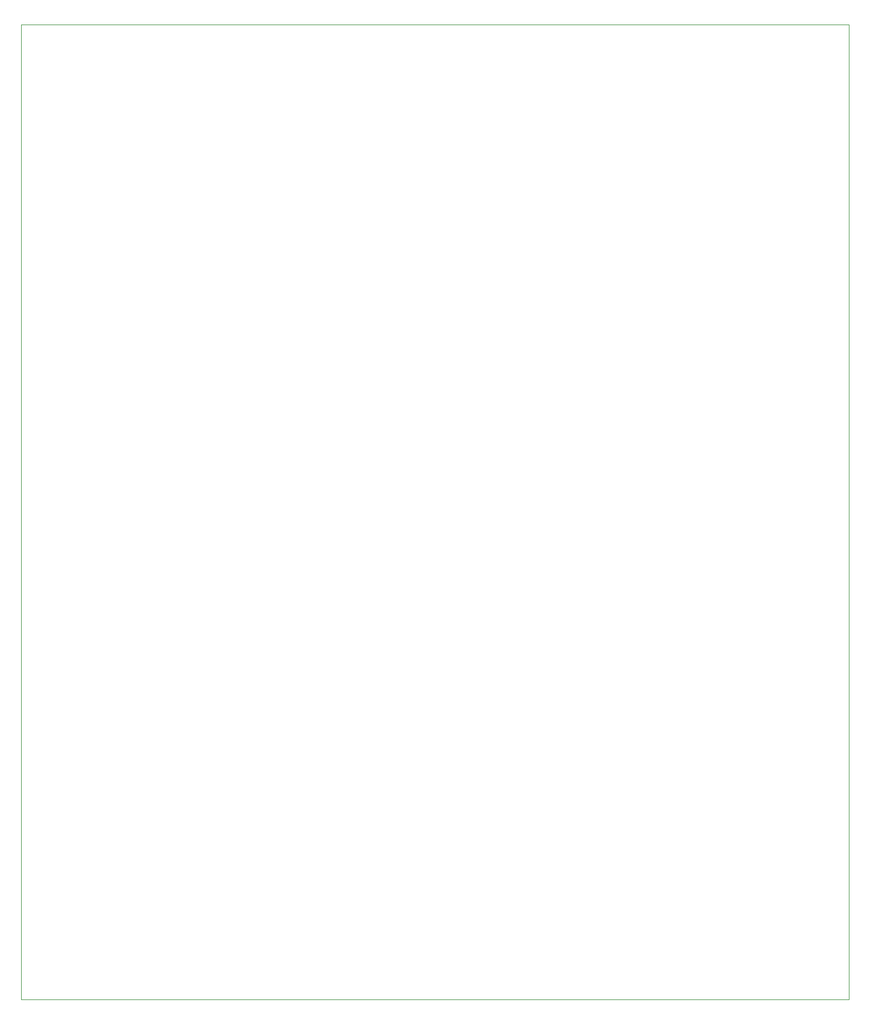
<source format=gko>
%TF.GenerationSoftware,KiCad,Pcbnew,(6.0.7)*%
%TF.CreationDate,2022-10-24T22:46:20-04:00*%
%TF.ProjectId,LabPowerSupply,4c616250-6f77-4657-9253-7570706c792e,rev?*%
%TF.SameCoordinates,Original*%
%TF.FileFunction,Profile,NP*%
%FSLAX46Y46*%
G04 Gerber Fmt 4.6, Leading zero omitted, Abs format (unit mm)*
G04 Created by KiCad (PCBNEW (6.0.7)) date 2022-10-24 22:46:20*
%MOMM*%
%LPD*%
G01*
G04 APERTURE LIST*
%TA.AperFunction,Profile*%
%ADD10C,0.100000*%
%TD*%
G04 APERTURE END LIST*
D10*
X35814000Y-30670500D02*
X158623000Y-30670500D01*
X158623000Y-30670500D02*
X158623000Y-175196500D01*
X158623000Y-175196500D02*
X35814000Y-175196500D01*
X35814000Y-175196500D02*
X35814000Y-30670500D01*
M02*

</source>
